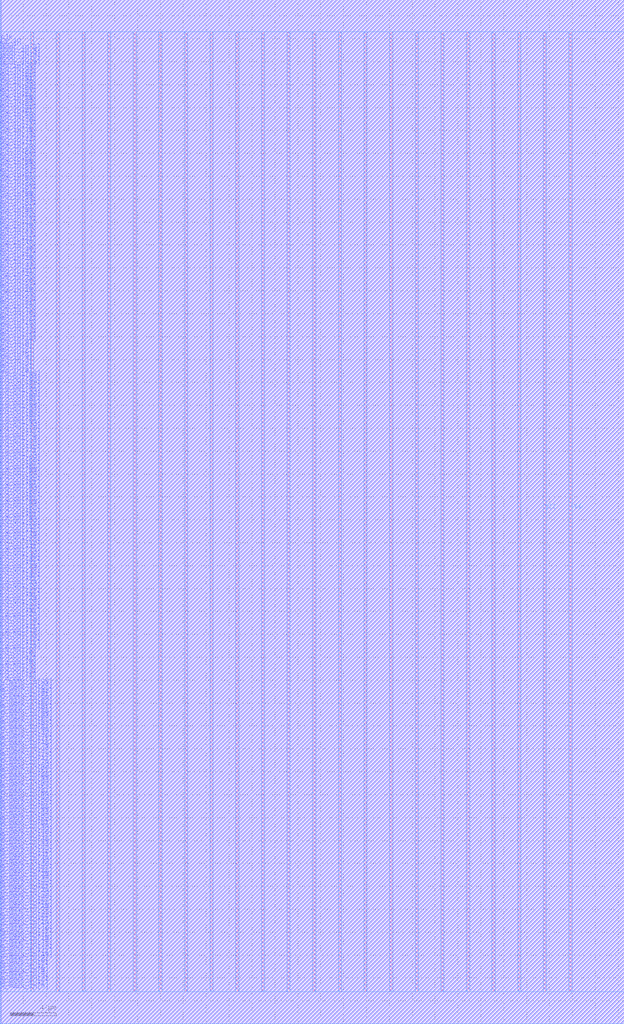
<source format=lef>
VERSION 5.7 ;
BUSBITCHARS "[]" ;
MACRO fakeram45_64x96_bottom
  FOREIGN fakeram45_64x96_bottom 0 0 ;
  SYMMETRY X Y R90 ;
  SIZE 54.530 BY 89.400 ;
  CLASS COVER ;
  PIN w_mask_in[0]
    DIRECTION INPUT ;
    USE SIGNAL ;
    SHAPE ABUTMENT ;
    PORT
      LAYER M3 ;
      RECT 0.000 2.800 0.070 2.870 ;
    END
  END w_mask_in[0]
  PIN w_mask_in[1]
    DIRECTION INPUT ;
    USE SIGNAL ;
    SHAPE ABUTMENT ;
    PORT
      LAYER M3 ;
      RECT 0.000 3.080 0.070 3.150 ;
    END
  END w_mask_in[1]
  PIN w_mask_in[2]
    DIRECTION INPUT ;
    USE SIGNAL ;
    SHAPE ABUTMENT ;
    PORT
      LAYER M3 ;
      RECT 0.000 3.360 0.070 3.430 ;
    END
  END w_mask_in[2]
  PIN w_mask_in[3]
    DIRECTION INPUT ;
    USE SIGNAL ;
    SHAPE ABUTMENT ;
    PORT
      LAYER M3 ;
      RECT 0.000 3.640 0.070 3.710 ;
    END
  END w_mask_in[3]
  PIN w_mask_in[4]
    DIRECTION INPUT ;
    USE SIGNAL ;
    SHAPE ABUTMENT ;
    PORT
      LAYER M3 ;
      RECT 0.000 3.920 0.070 3.990 ;
    END
  END w_mask_in[4]
  PIN w_mask_in[5]
    DIRECTION INPUT ;
    USE SIGNAL ;
    SHAPE ABUTMENT ;
    PORT
      LAYER M3 ;
      RECT 0.000 4.200 0.070 4.270 ;
    END
  END w_mask_in[5]
  PIN w_mask_in[6]
    DIRECTION INPUT ;
    USE SIGNAL ;
    SHAPE ABUTMENT ;
    PORT
      LAYER M3 ;
      RECT 0.000 4.480 0.070 4.550 ;
    END
  END w_mask_in[6]
  PIN w_mask_in[7]
    DIRECTION INPUT ;
    USE SIGNAL ;
    SHAPE ABUTMENT ;
    PORT
      LAYER M3 ;
      RECT 0.000 4.760 0.070 4.830 ;
    END
  END w_mask_in[7]
  PIN w_mask_in[8]
    DIRECTION INPUT ;
    USE SIGNAL ;
    SHAPE ABUTMENT ;
    PORT
      LAYER M3 ;
      RECT 0.000 5.040 0.070 5.110 ;
    END
  END w_mask_in[8]
  PIN w_mask_in[9]
    DIRECTION INPUT ;
    USE SIGNAL ;
    SHAPE ABUTMENT ;
    PORT
      LAYER M3 ;
      RECT 0.000 5.320 0.070 5.390 ;
    END
  END w_mask_in[9]
  PIN w_mask_in[10]
    DIRECTION INPUT ;
    USE SIGNAL ;
    SHAPE ABUTMENT ;
    PORT
      LAYER M3 ;
      RECT 0.000 5.600 0.070 5.670 ;
    END
  END w_mask_in[10]
  PIN w_mask_in[11]
    DIRECTION INPUT ;
    USE SIGNAL ;
    SHAPE ABUTMENT ;
    PORT
      LAYER M3 ;
      RECT 0.000 5.880 0.070 5.950 ;
    END
  END w_mask_in[11]
  PIN w_mask_in[12]
    DIRECTION INPUT ;
    USE SIGNAL ;
    SHAPE ABUTMENT ;
    PORT
      LAYER M3 ;
      RECT 0.000 6.160 0.070 6.230 ;
    END
  END w_mask_in[12]
  PIN w_mask_in[13]
    DIRECTION INPUT ;
    USE SIGNAL ;
    SHAPE ABUTMENT ;
    PORT
      LAYER M3 ;
      RECT 0.000 6.440 0.070 6.510 ;
    END
  END w_mask_in[13]
  PIN w_mask_in[14]
    DIRECTION INPUT ;
    USE SIGNAL ;
    SHAPE ABUTMENT ;
    PORT
      LAYER M3 ;
      RECT 0.000 6.720 0.070 6.790 ;
    END
  END w_mask_in[14]
  PIN w_mask_in[15]
    DIRECTION INPUT ;
    USE SIGNAL ;
    SHAPE ABUTMENT ;
    PORT
      LAYER M3 ;
      RECT 0.000 7.000 0.070 7.070 ;
    END
  END w_mask_in[15]
  PIN w_mask_in[16]
    DIRECTION INPUT ;
    USE SIGNAL ;
    SHAPE ABUTMENT ;
    PORT
      LAYER M3 ;
      RECT 0.000 7.280 0.070 7.350 ;
    END
  END w_mask_in[16]
  PIN w_mask_in[17]
    DIRECTION INPUT ;
    USE SIGNAL ;
    SHAPE ABUTMENT ;
    PORT
      LAYER M3 ;
      RECT 0.000 7.560 0.070 7.630 ;
    END
  END w_mask_in[17]
  PIN w_mask_in[18]
    DIRECTION INPUT ;
    USE SIGNAL ;
    SHAPE ABUTMENT ;
    PORT
      LAYER M3 ;
      RECT 0.000 7.840 0.070 7.910 ;
    END
  END w_mask_in[18]
  PIN w_mask_in[19]
    DIRECTION INPUT ;
    USE SIGNAL ;
    SHAPE ABUTMENT ;
    PORT
      LAYER M3 ;
      RECT 0.000 8.120 0.070 8.190 ;
    END
  END w_mask_in[19]
  PIN w_mask_in[20]
    DIRECTION INPUT ;
    USE SIGNAL ;
    SHAPE ABUTMENT ;
    PORT
      LAYER M3 ;
      RECT 0.000 8.400 0.070 8.470 ;
    END
  END w_mask_in[20]
  PIN w_mask_in[21]
    DIRECTION INPUT ;
    USE SIGNAL ;
    SHAPE ABUTMENT ;
    PORT
      LAYER M3 ;
      RECT 0.000 8.680 0.070 8.750 ;
    END
  END w_mask_in[21]
  PIN w_mask_in[22]
    DIRECTION INPUT ;
    USE SIGNAL ;
    SHAPE ABUTMENT ;
    PORT
      LAYER M3 ;
      RECT 0.000 8.960 0.070 9.030 ;
    END
  END w_mask_in[22]
  PIN w_mask_in[23]
    DIRECTION INPUT ;
    USE SIGNAL ;
    SHAPE ABUTMENT ;
    PORT
      LAYER M3 ;
      RECT 0.000 9.240 0.070 9.310 ;
    END
  END w_mask_in[23]
  PIN w_mask_in[24]
    DIRECTION INPUT ;
    USE SIGNAL ;
    SHAPE ABUTMENT ;
    PORT
      LAYER M3 ;
      RECT 0.000 9.520 0.070 9.590 ;
    END
  END w_mask_in[24]
  PIN w_mask_in[25]
    DIRECTION INPUT ;
    USE SIGNAL ;
    SHAPE ABUTMENT ;
    PORT
      LAYER M3 ;
      RECT 0.000 9.800 0.070 9.870 ;
    END
  END w_mask_in[25]
  PIN w_mask_in[26]
    DIRECTION INPUT ;
    USE SIGNAL ;
    SHAPE ABUTMENT ;
    PORT
      LAYER M3 ;
      RECT 0.000 10.080 0.070 10.150 ;
    END
  END w_mask_in[26]
  PIN w_mask_in[27]
    DIRECTION INPUT ;
    USE SIGNAL ;
    SHAPE ABUTMENT ;
    PORT
      LAYER M3 ;
      RECT 0.000 10.360 0.070 10.430 ;
    END
  END w_mask_in[27]
  PIN w_mask_in[28]
    DIRECTION INPUT ;
    USE SIGNAL ;
    SHAPE ABUTMENT ;
    PORT
      LAYER M3 ;
      RECT 0.000 10.640 0.070 10.710 ;
    END
  END w_mask_in[28]
  PIN w_mask_in[29]
    DIRECTION INPUT ;
    USE SIGNAL ;
    SHAPE ABUTMENT ;
    PORT
      LAYER M3 ;
      RECT 0.000 10.920 0.070 10.990 ;
    END
  END w_mask_in[29]
  PIN w_mask_in[30]
    DIRECTION INPUT ;
    USE SIGNAL ;
    SHAPE ABUTMENT ;
    PORT
      LAYER M3 ;
      RECT 0.000 11.200 0.070 11.270 ;
    END
  END w_mask_in[30]
  PIN w_mask_in[31]
    DIRECTION INPUT ;
    USE SIGNAL ;
    SHAPE ABUTMENT ;
    PORT
      LAYER M3 ;
      RECT 0.000 11.480 0.070 11.550 ;
    END
  END w_mask_in[31]
  PIN w_mask_in[32]
    DIRECTION INPUT ;
    USE SIGNAL ;
    SHAPE ABUTMENT ;
    PORT
      LAYER M3 ;
      RECT 0.000 11.760 0.070 11.830 ;
    END
  END w_mask_in[32]
  PIN w_mask_in[33]
    DIRECTION INPUT ;
    USE SIGNAL ;
    SHAPE ABUTMENT ;
    PORT
      LAYER M3 ;
      RECT 0.000 12.040 0.070 12.110 ;
    END
  END w_mask_in[33]
  PIN w_mask_in[34]
    DIRECTION INPUT ;
    USE SIGNAL ;
    SHAPE ABUTMENT ;
    PORT
      LAYER M3 ;
      RECT 0.000 12.320 0.070 12.390 ;
    END
  END w_mask_in[34]
  PIN w_mask_in[35]
    DIRECTION INPUT ;
    USE SIGNAL ;
    SHAPE ABUTMENT ;
    PORT
      LAYER M3 ;
      RECT 0.000 12.600 0.070 12.670 ;
    END
  END w_mask_in[35]
  PIN w_mask_in[36]
    DIRECTION INPUT ;
    USE SIGNAL ;
    SHAPE ABUTMENT ;
    PORT
      LAYER M3 ;
      RECT 0.000 12.880 0.070 12.950 ;
    END
  END w_mask_in[36]
  PIN w_mask_in[37]
    DIRECTION INPUT ;
    USE SIGNAL ;
    SHAPE ABUTMENT ;
    PORT
      LAYER M3 ;
      RECT 0.000 13.160 0.070 13.230 ;
    END
  END w_mask_in[37]
  PIN w_mask_in[38]
    DIRECTION INPUT ;
    USE SIGNAL ;
    SHAPE ABUTMENT ;
    PORT
      LAYER M3 ;
      RECT 0.000 13.440 0.070 13.510 ;
    END
  END w_mask_in[38]
  PIN w_mask_in[39]
    DIRECTION INPUT ;
    USE SIGNAL ;
    SHAPE ABUTMENT ;
    PORT
      LAYER M3 ;
      RECT 0.000 13.720 0.070 13.790 ;
    END
  END w_mask_in[39]
  PIN w_mask_in[40]
    DIRECTION INPUT ;
    USE SIGNAL ;
    SHAPE ABUTMENT ;
    PORT
      LAYER M3 ;
      RECT 0.000 14.000 0.070 14.070 ;
    END
  END w_mask_in[40]
  PIN w_mask_in[41]
    DIRECTION INPUT ;
    USE SIGNAL ;
    SHAPE ABUTMENT ;
    PORT
      LAYER M3 ;
      RECT 0.000 14.280 0.070 14.350 ;
    END
  END w_mask_in[41]
  PIN w_mask_in[42]
    DIRECTION INPUT ;
    USE SIGNAL ;
    SHAPE ABUTMENT ;
    PORT
      LAYER M3 ;
      RECT 0.000 14.560 0.070 14.630 ;
    END
  END w_mask_in[42]
  PIN w_mask_in[43]
    DIRECTION INPUT ;
    USE SIGNAL ;
    SHAPE ABUTMENT ;
    PORT
      LAYER M3 ;
      RECT 0.000 14.840 0.070 14.910 ;
    END
  END w_mask_in[43]
  PIN w_mask_in[44]
    DIRECTION INPUT ;
    USE SIGNAL ;
    SHAPE ABUTMENT ;
    PORT
      LAYER M3 ;
      RECT 0.000 15.120 0.070 15.190 ;
    END
  END w_mask_in[44]
  PIN w_mask_in[45]
    DIRECTION INPUT ;
    USE SIGNAL ;
    SHAPE ABUTMENT ;
    PORT
      LAYER M3 ;
      RECT 0.000 15.400 0.070 15.470 ;
    END
  END w_mask_in[45]
  PIN w_mask_in[46]
    DIRECTION INPUT ;
    USE SIGNAL ;
    SHAPE ABUTMENT ;
    PORT
      LAYER M3 ;
      RECT 0.000 15.680 0.070 15.750 ;
    END
  END w_mask_in[46]
  PIN w_mask_in[47]
    DIRECTION INPUT ;
    USE SIGNAL ;
    SHAPE ABUTMENT ;
    PORT
      LAYER M3 ;
      RECT 0.000 15.960 0.070 16.030 ;
    END
  END w_mask_in[47]
  PIN w_mask_in[48]
    DIRECTION INPUT ;
    USE SIGNAL ;
    SHAPE ABUTMENT ;
    PORT
      LAYER M3 ;
      RECT 0.000 16.240 0.070 16.310 ;
    END
  END w_mask_in[48]
  PIN w_mask_in[49]
    DIRECTION INPUT ;
    USE SIGNAL ;
    SHAPE ABUTMENT ;
    PORT
      LAYER M3 ;
      RECT 0.000 16.520 0.070 16.590 ;
    END
  END w_mask_in[49]
  PIN w_mask_in[50]
    DIRECTION INPUT ;
    USE SIGNAL ;
    SHAPE ABUTMENT ;
    PORT
      LAYER M3 ;
      RECT 0.000 16.800 0.070 16.870 ;
    END
  END w_mask_in[50]
  PIN w_mask_in[51]
    DIRECTION INPUT ;
    USE SIGNAL ;
    SHAPE ABUTMENT ;
    PORT
      LAYER M3 ;
      RECT 0.000 17.080 0.070 17.150 ;
    END
  END w_mask_in[51]
  PIN w_mask_in[52]
    DIRECTION INPUT ;
    USE SIGNAL ;
    SHAPE ABUTMENT ;
    PORT
      LAYER M3 ;
      RECT 0.000 17.360 0.070 17.430 ;
    END
  END w_mask_in[52]
  PIN w_mask_in[53]
    DIRECTION INPUT ;
    USE SIGNAL ;
    SHAPE ABUTMENT ;
    PORT
      LAYER M3 ;
      RECT 0.000 17.640 0.070 17.710 ;
    END
  END w_mask_in[53]
  PIN w_mask_in[54]
    DIRECTION INPUT ;
    USE SIGNAL ;
    SHAPE ABUTMENT ;
    PORT
      LAYER M3 ;
      RECT 0.000 17.920 0.070 17.990 ;
    END
  END w_mask_in[54]
  PIN w_mask_in[55]
    DIRECTION INPUT ;
    USE SIGNAL ;
    SHAPE ABUTMENT ;
    PORT
      LAYER M3 ;
      RECT 0.000 18.200 0.070 18.270 ;
    END
  END w_mask_in[55]
  PIN w_mask_in[56]
    DIRECTION INPUT ;
    USE SIGNAL ;
    SHAPE ABUTMENT ;
    PORT
      LAYER M3 ;
      RECT 0.000 18.480 0.070 18.550 ;
    END
  END w_mask_in[56]
  PIN w_mask_in[57]
    DIRECTION INPUT ;
    USE SIGNAL ;
    SHAPE ABUTMENT ;
    PORT
      LAYER M3 ;
      RECT 0.000 18.760 0.070 18.830 ;
    END
  END w_mask_in[57]
  PIN w_mask_in[58]
    DIRECTION INPUT ;
    USE SIGNAL ;
    SHAPE ABUTMENT ;
    PORT
      LAYER M3 ;
      RECT 0.000 19.040 0.070 19.110 ;
    END
  END w_mask_in[58]
  PIN w_mask_in[59]
    DIRECTION INPUT ;
    USE SIGNAL ;
    SHAPE ABUTMENT ;
    PORT
      LAYER M3 ;
      RECT 0.000 19.320 0.070 19.390 ;
    END
  END w_mask_in[59]
  PIN w_mask_in[60]
    DIRECTION INPUT ;
    USE SIGNAL ;
    SHAPE ABUTMENT ;
    PORT
      LAYER M3 ;
      RECT 0.000 19.600 0.070 19.670 ;
    END
  END w_mask_in[60]
  PIN w_mask_in[61]
    DIRECTION INPUT ;
    USE SIGNAL ;
    SHAPE ABUTMENT ;
    PORT
      LAYER M3 ;
      RECT 0.000 19.880 0.070 19.950 ;
    END
  END w_mask_in[61]
  PIN w_mask_in[62]
    DIRECTION INPUT ;
    USE SIGNAL ;
    SHAPE ABUTMENT ;
    PORT
      LAYER M3 ;
      RECT 0.000 20.160 0.070 20.230 ;
    END
  END w_mask_in[62]
  PIN w_mask_in[63]
    DIRECTION INPUT ;
    USE SIGNAL ;
    SHAPE ABUTMENT ;
    PORT
      LAYER M3 ;
      RECT 0.000 20.440 0.070 20.510 ;
    END
  END w_mask_in[63]
  PIN w_mask_in[64]
    DIRECTION INPUT ;
    USE SIGNAL ;
    SHAPE ABUTMENT ;
    PORT
      LAYER M3 ;
      RECT 0.000 20.720 0.070 20.790 ;
    END
  END w_mask_in[64]
  PIN w_mask_in[65]
    DIRECTION INPUT ;
    USE SIGNAL ;
    SHAPE ABUTMENT ;
    PORT
      LAYER M3 ;
      RECT 0.000 21.000 0.070 21.070 ;
    END
  END w_mask_in[65]
  PIN w_mask_in[66]
    DIRECTION INPUT ;
    USE SIGNAL ;
    SHAPE ABUTMENT ;
    PORT
      LAYER M3 ;
      RECT 0.000 21.280 0.070 21.350 ;
    END
  END w_mask_in[66]
  PIN w_mask_in[67]
    DIRECTION INPUT ;
    USE SIGNAL ;
    SHAPE ABUTMENT ;
    PORT
      LAYER M3 ;
      RECT 0.000 21.560 0.070 21.630 ;
    END
  END w_mask_in[67]
  PIN w_mask_in[68]
    DIRECTION INPUT ;
    USE SIGNAL ;
    SHAPE ABUTMENT ;
    PORT
      LAYER M3 ;
      RECT 0.000 21.840 0.070 21.910 ;
    END
  END w_mask_in[68]
  PIN w_mask_in[69]
    DIRECTION INPUT ;
    USE SIGNAL ;
    SHAPE ABUTMENT ;
    PORT
      LAYER M3 ;
      RECT 0.000 22.120 0.070 22.190 ;
    END
  END w_mask_in[69]
  PIN w_mask_in[70]
    DIRECTION INPUT ;
    USE SIGNAL ;
    SHAPE ABUTMENT ;
    PORT
      LAYER M3 ;
      RECT 0.000 22.400 0.070 22.470 ;
    END
  END w_mask_in[70]
  PIN w_mask_in[71]
    DIRECTION INPUT ;
    USE SIGNAL ;
    SHAPE ABUTMENT ;
    PORT
      LAYER M3 ;
      RECT 0.000 22.680 0.070 22.750 ;
    END
  END w_mask_in[71]
  PIN w_mask_in[72]
    DIRECTION INPUT ;
    USE SIGNAL ;
    SHAPE ABUTMENT ;
    PORT
      LAYER M3 ;
      RECT 0.000 22.960 0.070 23.030 ;
    END
  END w_mask_in[72]
  PIN w_mask_in[73]
    DIRECTION INPUT ;
    USE SIGNAL ;
    SHAPE ABUTMENT ;
    PORT
      LAYER M3 ;
      RECT 0.000 23.240 0.070 23.310 ;
    END
  END w_mask_in[73]
  PIN w_mask_in[74]
    DIRECTION INPUT ;
    USE SIGNAL ;
    SHAPE ABUTMENT ;
    PORT
      LAYER M3 ;
      RECT 0.000 23.520 0.070 23.590 ;
    END
  END w_mask_in[74]
  PIN w_mask_in[75]
    DIRECTION INPUT ;
    USE SIGNAL ;
    SHAPE ABUTMENT ;
    PORT
      LAYER M3 ;
      RECT 0.000 23.800 0.070 23.870 ;
    END
  END w_mask_in[75]
  PIN w_mask_in[76]
    DIRECTION INPUT ;
    USE SIGNAL ;
    SHAPE ABUTMENT ;
    PORT
      LAYER M3 ;
      RECT 0.000 24.080 0.070 24.150 ;
    END
  END w_mask_in[76]
  PIN w_mask_in[77]
    DIRECTION INPUT ;
    USE SIGNAL ;
    SHAPE ABUTMENT ;
    PORT
      LAYER M3 ;
      RECT 0.000 24.360 0.070 24.430 ;
    END
  END w_mask_in[77]
  PIN w_mask_in[78]
    DIRECTION INPUT ;
    USE SIGNAL ;
    SHAPE ABUTMENT ;
    PORT
      LAYER M3 ;
      RECT 0.000 24.640 0.070 24.710 ;
    END
  END w_mask_in[78]
  PIN w_mask_in[79]
    DIRECTION INPUT ;
    USE SIGNAL ;
    SHAPE ABUTMENT ;
    PORT
      LAYER M3 ;
      RECT 0.000 24.920 0.070 24.990 ;
    END
  END w_mask_in[79]
  PIN w_mask_in[80]
    DIRECTION INPUT ;
    USE SIGNAL ;
    SHAPE ABUTMENT ;
    PORT
      LAYER M3 ;
      RECT 0.000 25.200 0.070 25.270 ;
    END
  END w_mask_in[80]
  PIN w_mask_in[81]
    DIRECTION INPUT ;
    USE SIGNAL ;
    SHAPE ABUTMENT ;
    PORT
      LAYER M3 ;
      RECT 0.000 25.480 0.070 25.550 ;
    END
  END w_mask_in[81]
  PIN w_mask_in[82]
    DIRECTION INPUT ;
    USE SIGNAL ;
    SHAPE ABUTMENT ;
    PORT
      LAYER M3 ;
      RECT 0.000 25.760 0.070 25.830 ;
    END
  END w_mask_in[82]
  PIN w_mask_in[83]
    DIRECTION INPUT ;
    USE SIGNAL ;
    SHAPE ABUTMENT ;
    PORT
      LAYER M3 ;
      RECT 0.000 26.040 0.070 26.110 ;
    END
  END w_mask_in[83]
  PIN w_mask_in[84]
    DIRECTION INPUT ;
    USE SIGNAL ;
    SHAPE ABUTMENT ;
    PORT
      LAYER M3 ;
      RECT 0.000 26.320 0.070 26.390 ;
    END
  END w_mask_in[84]
  PIN w_mask_in[85]
    DIRECTION INPUT ;
    USE SIGNAL ;
    SHAPE ABUTMENT ;
    PORT
      LAYER M3 ;
      RECT 0.000 26.600 0.070 26.670 ;
    END
  END w_mask_in[85]
  PIN w_mask_in[86]
    DIRECTION INPUT ;
    USE SIGNAL ;
    SHAPE ABUTMENT ;
    PORT
      LAYER M3 ;
      RECT 0.000 26.880 0.070 26.950 ;
    END
  END w_mask_in[86]
  PIN w_mask_in[87]
    DIRECTION INPUT ;
    USE SIGNAL ;
    SHAPE ABUTMENT ;
    PORT
      LAYER M3 ;
      RECT 0.000 27.160 0.070 27.230 ;
    END
  END w_mask_in[87]
  PIN w_mask_in[88]
    DIRECTION INPUT ;
    USE SIGNAL ;
    SHAPE ABUTMENT ;
    PORT
      LAYER M3 ;
      RECT 0.000 27.440 0.070 27.510 ;
    END
  END w_mask_in[88]
  PIN w_mask_in[89]
    DIRECTION INPUT ;
    USE SIGNAL ;
    SHAPE ABUTMENT ;
    PORT
      LAYER M3 ;
      RECT 0.000 27.720 0.070 27.790 ;
    END
  END w_mask_in[89]
  PIN w_mask_in[90]
    DIRECTION INPUT ;
    USE SIGNAL ;
    SHAPE ABUTMENT ;
    PORT
      LAYER M3 ;
      RECT 0.000 28.000 0.070 28.070 ;
    END
  END w_mask_in[90]
  PIN w_mask_in[91]
    DIRECTION INPUT ;
    USE SIGNAL ;
    SHAPE ABUTMENT ;
    PORT
      LAYER M3 ;
      RECT 0.000 28.280 0.070 28.350 ;
    END
  END w_mask_in[91]
  PIN w_mask_in[92]
    DIRECTION INPUT ;
    USE SIGNAL ;
    SHAPE ABUTMENT ;
    PORT
      LAYER M3 ;
      RECT 0.000 28.560 0.070 28.630 ;
    END
  END w_mask_in[92]
  PIN w_mask_in[93]
    DIRECTION INPUT ;
    USE SIGNAL ;
    SHAPE ABUTMENT ;
    PORT
      LAYER M3 ;
      RECT 0.000 28.840 0.070 28.910 ;
    END
  END w_mask_in[93]
  PIN w_mask_in[94]
    DIRECTION INPUT ;
    USE SIGNAL ;
    SHAPE ABUTMENT ;
    PORT
      LAYER M3 ;
      RECT 0.000 29.120 0.070 29.190 ;
    END
  END w_mask_in[94]
  PIN w_mask_in[95]
    DIRECTION INPUT ;
    USE SIGNAL ;
    SHAPE ABUTMENT ;
    PORT
      LAYER M3 ;
      RECT 0.000 29.400 0.070 29.470 ;
    END
  END w_mask_in[95]
  PIN rd_out[0]
    DIRECTION OUTPUT ;
    USE SIGNAL ;
    SHAPE ABUTMENT ;
    PORT
      LAYER M3 ;
      RECT 0.000 29.680 0.070 29.750 ;
    END
  END rd_out[0]
  PIN rd_out[1]
    DIRECTION OUTPUT ;
    USE SIGNAL ;
    SHAPE ABUTMENT ;
    PORT
      LAYER M3 ;
      RECT 0.000 29.960 0.070 30.030 ;
    END
  END rd_out[1]
  PIN rd_out[2]
    DIRECTION OUTPUT ;
    USE SIGNAL ;
    SHAPE ABUTMENT ;
    PORT
      LAYER M3 ;
      RECT 0.000 30.240 0.070 30.310 ;
    END
  END rd_out[2]
  PIN rd_out[3]
    DIRECTION OUTPUT ;
    USE SIGNAL ;
    SHAPE ABUTMENT ;
    PORT
      LAYER M3 ;
      RECT 0.000 30.520 0.070 30.590 ;
    END
  END rd_out[3]
  PIN rd_out[4]
    DIRECTION OUTPUT ;
    USE SIGNAL ;
    SHAPE ABUTMENT ;
    PORT
      LAYER M3 ;
      RECT 0.000 30.800 0.070 30.870 ;
    END
  END rd_out[4]
  PIN rd_out[5]
    DIRECTION OUTPUT ;
    USE SIGNAL ;
    SHAPE ABUTMENT ;
    PORT
      LAYER M3 ;
      RECT 0.000 31.080 0.070 31.150 ;
    END
  END rd_out[5]
  PIN rd_out[6]
    DIRECTION OUTPUT ;
    USE SIGNAL ;
    SHAPE ABUTMENT ;
    PORT
      LAYER M3 ;
      RECT 0.000 31.360 0.070 31.430 ;
    END
  END rd_out[6]
  PIN rd_out[7]
    DIRECTION OUTPUT ;
    USE SIGNAL ;
    SHAPE ABUTMENT ;
    PORT
      LAYER M3 ;
      RECT 0.000 31.640 0.070 31.710 ;
    END
  END rd_out[7]
  PIN rd_out[8]
    DIRECTION OUTPUT ;
    USE SIGNAL ;
    SHAPE ABUTMENT ;
    PORT
      LAYER M3 ;
      RECT 0.000 31.920 0.070 31.990 ;
    END
  END rd_out[8]
  PIN rd_out[9]
    DIRECTION OUTPUT ;
    USE SIGNAL ;
    SHAPE ABUTMENT ;
    PORT
      LAYER M3 ;
      RECT 0.000 32.200 0.070 32.270 ;
    END
  END rd_out[9]
  PIN rd_out[10]
    DIRECTION OUTPUT ;
    USE SIGNAL ;
    SHAPE ABUTMENT ;
    PORT
      LAYER M3 ;
      RECT 0.000 32.480 0.070 32.550 ;
    END
  END rd_out[10]
  PIN rd_out[11]
    DIRECTION OUTPUT ;
    USE SIGNAL ;
    SHAPE ABUTMENT ;
    PORT
      LAYER M3 ;
      RECT 0.000 32.760 0.070 32.830 ;
    END
  END rd_out[11]
  PIN rd_out[12]
    DIRECTION OUTPUT ;
    USE SIGNAL ;
    SHAPE ABUTMENT ;
    PORT
      LAYER M3 ;
      RECT 0.000 33.040 0.070 33.110 ;
    END
  END rd_out[12]
  PIN rd_out[13]
    DIRECTION OUTPUT ;
    USE SIGNAL ;
    SHAPE ABUTMENT ;
    PORT
      LAYER M3 ;
      RECT 0.000 33.320 0.070 33.390 ;
    END
  END rd_out[13]
  PIN rd_out[14]
    DIRECTION OUTPUT ;
    USE SIGNAL ;
    SHAPE ABUTMENT ;
    PORT
      LAYER M3 ;
      RECT 0.000 33.600 0.070 33.670 ;
    END
  END rd_out[14]
  PIN rd_out[15]
    DIRECTION OUTPUT ;
    USE SIGNAL ;
    SHAPE ABUTMENT ;
    PORT
      LAYER M3 ;
      RECT 0.000 33.880 0.070 33.950 ;
    END
  END rd_out[15]
  PIN rd_out[16]
    DIRECTION OUTPUT ;
    USE SIGNAL ;
    SHAPE ABUTMENT ;
    PORT
      LAYER M3 ;
      RECT 0.000 34.160 0.070 34.230 ;
    END
  END rd_out[16]
  PIN rd_out[17]
    DIRECTION OUTPUT ;
    USE SIGNAL ;
    SHAPE ABUTMENT ;
    PORT
      LAYER M3 ;
      RECT 0.000 34.440 0.070 34.510 ;
    END
  END rd_out[17]
  PIN rd_out[18]
    DIRECTION OUTPUT ;
    USE SIGNAL ;
    SHAPE ABUTMENT ;
    PORT
      LAYER M3 ;
      RECT 0.000 34.720 0.070 34.790 ;
    END
  END rd_out[18]
  PIN rd_out[19]
    DIRECTION OUTPUT ;
    USE SIGNAL ;
    SHAPE ABUTMENT ;
    PORT
      LAYER M3 ;
      RECT 0.000 35.000 0.070 35.070 ;
    END
  END rd_out[19]
  PIN rd_out[20]
    DIRECTION OUTPUT ;
    USE SIGNAL ;
    SHAPE ABUTMENT ;
    PORT
      LAYER M3 ;
      RECT 0.000 35.280 0.070 35.350 ;
    END
  END rd_out[20]
  PIN rd_out[21]
    DIRECTION OUTPUT ;
    USE SIGNAL ;
    SHAPE ABUTMENT ;
    PORT
      LAYER M3 ;
      RECT 0.000 35.560 0.070 35.630 ;
    END
  END rd_out[21]
  PIN rd_out[22]
    DIRECTION OUTPUT ;
    USE SIGNAL ;
    SHAPE ABUTMENT ;
    PORT
      LAYER M3 ;
      RECT 0.000 35.840 0.070 35.910 ;
    END
  END rd_out[22]
  PIN rd_out[23]
    DIRECTION OUTPUT ;
    USE SIGNAL ;
    SHAPE ABUTMENT ;
    PORT
      LAYER M3 ;
      RECT 0.000 36.120 0.070 36.190 ;
    END
  END rd_out[23]
  PIN rd_out[24]
    DIRECTION OUTPUT ;
    USE SIGNAL ;
    SHAPE ABUTMENT ;
    PORT
      LAYER M3 ;
      RECT 0.000 36.400 0.070 36.470 ;
    END
  END rd_out[24]
  PIN rd_out[25]
    DIRECTION OUTPUT ;
    USE SIGNAL ;
    SHAPE ABUTMENT ;
    PORT
      LAYER M3 ;
      RECT 0.000 36.680 0.070 36.750 ;
    END
  END rd_out[25]
  PIN rd_out[26]
    DIRECTION OUTPUT ;
    USE SIGNAL ;
    SHAPE ABUTMENT ;
    PORT
      LAYER M3 ;
      RECT 0.000 36.960 0.070 37.030 ;
    END
  END rd_out[26]
  PIN rd_out[27]
    DIRECTION OUTPUT ;
    USE SIGNAL ;
    SHAPE ABUTMENT ;
    PORT
      LAYER M3 ;
      RECT 0.000 37.240 0.070 37.310 ;
    END
  END rd_out[27]
  PIN rd_out[28]
    DIRECTION OUTPUT ;
    USE SIGNAL ;
    SHAPE ABUTMENT ;
    PORT
      LAYER M3 ;
      RECT 0.000 37.520 0.070 37.590 ;
    END
  END rd_out[28]
  PIN rd_out[29]
    DIRECTION OUTPUT ;
    USE SIGNAL ;
    SHAPE ABUTMENT ;
    PORT
      LAYER M3 ;
      RECT 0.000 37.800 0.070 37.870 ;
    END
  END rd_out[29]
  PIN rd_out[30]
    DIRECTION OUTPUT ;
    USE SIGNAL ;
    SHAPE ABUTMENT ;
    PORT
      LAYER M3 ;
      RECT 0.000 38.080 0.070 38.150 ;
    END
  END rd_out[30]
  PIN rd_out[31]
    DIRECTION OUTPUT ;
    USE SIGNAL ;
    SHAPE ABUTMENT ;
    PORT
      LAYER M3 ;
      RECT 0.000 38.360 0.070 38.430 ;
    END
  END rd_out[31]
  PIN rd_out[32]
    DIRECTION OUTPUT ;
    USE SIGNAL ;
    SHAPE ABUTMENT ;
    PORT
      LAYER M3 ;
      RECT 0.000 38.640 0.070 38.710 ;
    END
  END rd_out[32]
  PIN rd_out[33]
    DIRECTION OUTPUT ;
    USE SIGNAL ;
    SHAPE ABUTMENT ;
    PORT
      LAYER M3 ;
      RECT 0.000 38.920 0.070 38.990 ;
    END
  END rd_out[33]
  PIN rd_out[34]
    DIRECTION OUTPUT ;
    USE SIGNAL ;
    SHAPE ABUTMENT ;
    PORT
      LAYER M3 ;
      RECT 0.000 39.200 0.070 39.270 ;
    END
  END rd_out[34]
  PIN rd_out[35]
    DIRECTION OUTPUT ;
    USE SIGNAL ;
    SHAPE ABUTMENT ;
    PORT
      LAYER M3 ;
      RECT 0.000 39.480 0.070 39.550 ;
    END
  END rd_out[35]
  PIN rd_out[36]
    DIRECTION OUTPUT ;
    USE SIGNAL ;
    SHAPE ABUTMENT ;
    PORT
      LAYER M3 ;
      RECT 0.000 39.760 0.070 39.830 ;
    END
  END rd_out[36]
  PIN rd_out[37]
    DIRECTION OUTPUT ;
    USE SIGNAL ;
    SHAPE ABUTMENT ;
    PORT
      LAYER M3 ;
      RECT 0.000 40.040 0.070 40.110 ;
    END
  END rd_out[37]
  PIN rd_out[38]
    DIRECTION OUTPUT ;
    USE SIGNAL ;
    SHAPE ABUTMENT ;
    PORT
      LAYER M3 ;
      RECT 0.000 40.320 0.070 40.390 ;
    END
  END rd_out[38]
  PIN rd_out[39]
    DIRECTION OUTPUT ;
    USE SIGNAL ;
    SHAPE ABUTMENT ;
    PORT
      LAYER M3 ;
      RECT 0.000 40.600 0.070 40.670 ;
    END
  END rd_out[39]
  PIN rd_out[40]
    DIRECTION OUTPUT ;
    USE SIGNAL ;
    SHAPE ABUTMENT ;
    PORT
      LAYER M3 ;
      RECT 0.000 40.880 0.070 40.950 ;
    END
  END rd_out[40]
  PIN rd_out[41]
    DIRECTION OUTPUT ;
    USE SIGNAL ;
    SHAPE ABUTMENT ;
    PORT
      LAYER M3 ;
      RECT 0.000 41.160 0.070 41.230 ;
    END
  END rd_out[41]
  PIN rd_out[42]
    DIRECTION OUTPUT ;
    USE SIGNAL ;
    SHAPE ABUTMENT ;
    PORT
      LAYER M3 ;
      RECT 0.000 41.440 0.070 41.510 ;
    END
  END rd_out[42]
  PIN rd_out[43]
    DIRECTION OUTPUT ;
    USE SIGNAL ;
    SHAPE ABUTMENT ;
    PORT
      LAYER M3 ;
      RECT 0.000 41.720 0.070 41.790 ;
    END
  END rd_out[43]
  PIN rd_out[44]
    DIRECTION OUTPUT ;
    USE SIGNAL ;
    SHAPE ABUTMENT ;
    PORT
      LAYER M3 ;
      RECT 0.000 42.000 0.070 42.070 ;
    END
  END rd_out[44]
  PIN rd_out[45]
    DIRECTION OUTPUT ;
    USE SIGNAL ;
    SHAPE ABUTMENT ;
    PORT
      LAYER M3 ;
      RECT 0.000 42.280 0.070 42.350 ;
    END
  END rd_out[45]
  PIN rd_out[46]
    DIRECTION OUTPUT ;
    USE SIGNAL ;
    SHAPE ABUTMENT ;
    PORT
      LAYER M3 ;
      RECT 0.000 42.560 0.070 42.630 ;
    END
  END rd_out[46]
  PIN rd_out[47]
    DIRECTION OUTPUT ;
    USE SIGNAL ;
    SHAPE ABUTMENT ;
    PORT
      LAYER M3 ;
      RECT 0.000 42.840 0.070 42.910 ;
    END
  END rd_out[47]
  PIN rd_out[48]
    DIRECTION OUTPUT ;
    USE SIGNAL ;
    SHAPE ABUTMENT ;
    PORT
      LAYER M3 ;
      RECT 0.000 43.120 0.070 43.190 ;
    END
  END rd_out[48]
  PIN rd_out[49]
    DIRECTION OUTPUT ;
    USE SIGNAL ;
    SHAPE ABUTMENT ;
    PORT
      LAYER M3 ;
      RECT 0.000 43.400 0.070 43.470 ;
    END
  END rd_out[49]
  PIN rd_out[50]
    DIRECTION OUTPUT ;
    USE SIGNAL ;
    SHAPE ABUTMENT ;
    PORT
      LAYER M3 ;
      RECT 0.000 43.680 0.070 43.750 ;
    END
  END rd_out[50]
  PIN rd_out[51]
    DIRECTION OUTPUT ;
    USE SIGNAL ;
    SHAPE ABUTMENT ;
    PORT
      LAYER M3 ;
      RECT 0.000 43.960 0.070 44.030 ;
    END
  END rd_out[51]
  PIN rd_out[52]
    DIRECTION OUTPUT ;
    USE SIGNAL ;
    SHAPE ABUTMENT ;
    PORT
      LAYER M3 ;
      RECT 0.000 44.240 0.070 44.310 ;
    END
  END rd_out[52]
  PIN rd_out[53]
    DIRECTION OUTPUT ;
    USE SIGNAL ;
    SHAPE ABUTMENT ;
    PORT
      LAYER M3 ;
      RECT 0.000 44.520 0.070 44.590 ;
    END
  END rd_out[53]
  PIN rd_out[54]
    DIRECTION OUTPUT ;
    USE SIGNAL ;
    SHAPE ABUTMENT ;
    PORT
      LAYER M3 ;
      RECT 0.000 44.800 0.070 44.870 ;
    END
  END rd_out[54]
  PIN rd_out[55]
    DIRECTION OUTPUT ;
    USE SIGNAL ;
    SHAPE ABUTMENT ;
    PORT
      LAYER M3 ;
      RECT 0.000 45.080 0.070 45.150 ;
    END
  END rd_out[55]
  PIN rd_out[56]
    DIRECTION OUTPUT ;
    USE SIGNAL ;
    SHAPE ABUTMENT ;
    PORT
      LAYER M3 ;
      RECT 0.000 45.360 0.070 45.430 ;
    END
  END rd_out[56]
  PIN rd_out[57]
    DIRECTION OUTPUT ;
    USE SIGNAL ;
    SHAPE ABUTMENT ;
    PORT
      LAYER M3 ;
      RECT 0.000 45.640 0.070 45.710 ;
    END
  END rd_out[57]
  PIN rd_out[58]
    DIRECTION OUTPUT ;
    USE SIGNAL ;
    SHAPE ABUTMENT ;
    PORT
      LAYER M3 ;
      RECT 0.000 45.920 0.070 45.990 ;
    END
  END rd_out[58]
  PIN rd_out[59]
    DIRECTION OUTPUT ;
    USE SIGNAL ;
    SHAPE ABUTMENT ;
    PORT
      LAYER M3 ;
      RECT 0.000 46.200 0.070 46.270 ;
    END
  END rd_out[59]
  PIN rd_out[60]
    DIRECTION OUTPUT ;
    USE SIGNAL ;
    SHAPE ABUTMENT ;
    PORT
      LAYER M3 ;
      RECT 0.000 46.480 0.070 46.550 ;
    END
  END rd_out[60]
  PIN rd_out[61]
    DIRECTION OUTPUT ;
    USE SIGNAL ;
    SHAPE ABUTMENT ;
    PORT
      LAYER M3 ;
      RECT 0.000 46.760 0.070 46.830 ;
    END
  END rd_out[61]
  PIN rd_out[62]
    DIRECTION OUTPUT ;
    USE SIGNAL ;
    SHAPE ABUTMENT ;
    PORT
      LAYER M3 ;
      RECT 0.000 47.040 0.070 47.110 ;
    END
  END rd_out[62]
  PIN rd_out[63]
    DIRECTION OUTPUT ;
    USE SIGNAL ;
    SHAPE ABUTMENT ;
    PORT
      LAYER M3 ;
      RECT 0.000 47.320 0.070 47.390 ;
    END
  END rd_out[63]
  PIN rd_out[64]
    DIRECTION OUTPUT ;
    USE SIGNAL ;
    SHAPE ABUTMENT ;
    PORT
      LAYER M3 ;
      RECT 0.000 47.600 0.070 47.670 ;
    END
  END rd_out[64]
  PIN rd_out[65]
    DIRECTION OUTPUT ;
    USE SIGNAL ;
    SHAPE ABUTMENT ;
    PORT
      LAYER M3 ;
      RECT 0.000 47.880 0.070 47.950 ;
    END
  END rd_out[65]
  PIN rd_out[66]
    DIRECTION OUTPUT ;
    USE SIGNAL ;
    SHAPE ABUTMENT ;
    PORT
      LAYER M3 ;
      RECT 0.000 48.160 0.070 48.230 ;
    END
  END rd_out[66]
  PIN rd_out[67]
    DIRECTION OUTPUT ;
    USE SIGNAL ;
    SHAPE ABUTMENT ;
    PORT
      LAYER M3 ;
      RECT 0.000 48.440 0.070 48.510 ;
    END
  END rd_out[67]
  PIN rd_out[68]
    DIRECTION OUTPUT ;
    USE SIGNAL ;
    SHAPE ABUTMENT ;
    PORT
      LAYER M3 ;
      RECT 0.000 48.720 0.070 48.790 ;
    END
  END rd_out[68]
  PIN rd_out[69]
    DIRECTION OUTPUT ;
    USE SIGNAL ;
    SHAPE ABUTMENT ;
    PORT
      LAYER M3 ;
      RECT 0.000 49.000 0.070 49.070 ;
    END
  END rd_out[69]
  PIN rd_out[70]
    DIRECTION OUTPUT ;
    USE SIGNAL ;
    SHAPE ABUTMENT ;
    PORT
      LAYER M3 ;
      RECT 0.000 49.280 0.070 49.350 ;
    END
  END rd_out[70]
  PIN rd_out[71]
    DIRECTION OUTPUT ;
    USE SIGNAL ;
    SHAPE ABUTMENT ;
    PORT
      LAYER M3 ;
      RECT 0.000 49.560 0.070 49.630 ;
    END
  END rd_out[71]
  PIN rd_out[72]
    DIRECTION OUTPUT ;
    USE SIGNAL ;
    SHAPE ABUTMENT ;
    PORT
      LAYER M3 ;
      RECT 0.000 49.840 0.070 49.910 ;
    END
  END rd_out[72]
  PIN rd_out[73]
    DIRECTION OUTPUT ;
    USE SIGNAL ;
    SHAPE ABUTMENT ;
    PORT
      LAYER M3 ;
      RECT 0.000 50.120 0.070 50.190 ;
    END
  END rd_out[73]
  PIN rd_out[74]
    DIRECTION OUTPUT ;
    USE SIGNAL ;
    SHAPE ABUTMENT ;
    PORT
      LAYER M3 ;
      RECT 0.000 50.400 0.070 50.470 ;
    END
  END rd_out[74]
  PIN rd_out[75]
    DIRECTION OUTPUT ;
    USE SIGNAL ;
    SHAPE ABUTMENT ;
    PORT
      LAYER M3 ;
      RECT 0.000 50.680 0.070 50.750 ;
    END
  END rd_out[75]
  PIN rd_out[76]
    DIRECTION OUTPUT ;
    USE SIGNAL ;
    SHAPE ABUTMENT ;
    PORT
      LAYER M3 ;
      RECT 0.000 50.960 0.070 51.030 ;
    END
  END rd_out[76]
  PIN rd_out[77]
    DIRECTION OUTPUT ;
    USE SIGNAL ;
    SHAPE ABUTMENT ;
    PORT
      LAYER M3 ;
      RECT 0.000 51.240 0.070 51.310 ;
    END
  END rd_out[77]
  PIN rd_out[78]
    DIRECTION OUTPUT ;
    USE SIGNAL ;
    SHAPE ABUTMENT ;
    PORT
      LAYER M3 ;
      RECT 0.000 51.520 0.070 51.590 ;
    END
  END rd_out[78]
  PIN rd_out[79]
    DIRECTION OUTPUT ;
    USE SIGNAL ;
    SHAPE ABUTMENT ;
    PORT
      LAYER M3 ;
      RECT 0.000 51.800 0.070 51.870 ;
    END
  END rd_out[79]
  PIN rd_out[80]
    DIRECTION OUTPUT ;
    USE SIGNAL ;
    SHAPE ABUTMENT ;
    PORT
      LAYER M3 ;
      RECT 0.000 52.080 0.070 52.150 ;
    END
  END rd_out[80]
  PIN rd_out[81]
    DIRECTION OUTPUT ;
    USE SIGNAL ;
    SHAPE ABUTMENT ;
    PORT
      LAYER M3 ;
      RECT 0.000 52.360 0.070 52.430 ;
    END
  END rd_out[81]
  PIN rd_out[82]
    DIRECTION OUTPUT ;
    USE SIGNAL ;
    SHAPE ABUTMENT ;
    PORT
      LAYER M3 ;
      RECT 0.000 52.640 0.070 52.710 ;
    END
  END rd_out[82]
  PIN rd_out[83]
    DIRECTION OUTPUT ;
    USE SIGNAL ;
    SHAPE ABUTMENT ;
    PORT
      LAYER M3 ;
      RECT 0.000 52.920 0.070 52.990 ;
    END
  END rd_out[83]
  PIN rd_out[84]
    DIRECTION OUTPUT ;
    USE SIGNAL ;
    SHAPE ABUTMENT ;
    PORT
      LAYER M3 ;
      RECT 0.000 53.200 0.070 53.270 ;
    END
  END rd_out[84]
  PIN rd_out[85]
    DIRECTION OUTPUT ;
    USE SIGNAL ;
    SHAPE ABUTMENT ;
    PORT
      LAYER M3 ;
      RECT 0.000 53.480 0.070 53.550 ;
    END
  END rd_out[85]
  PIN rd_out[86]
    DIRECTION OUTPUT ;
    USE SIGNAL ;
    SHAPE ABUTMENT ;
    PORT
      LAYER M3 ;
      RECT 0.000 53.760 0.070 53.830 ;
    END
  END rd_out[86]
  PIN rd_out[87]
    DIRECTION OUTPUT ;
    USE SIGNAL ;
    SHAPE ABUTMENT ;
    PORT
      LAYER M3 ;
      RECT 0.000 54.040 0.070 54.110 ;
    END
  END rd_out[87]
  PIN rd_out[88]
    DIRECTION OUTPUT ;
    USE SIGNAL ;
    SHAPE ABUTMENT ;
    PORT
      LAYER M3 ;
      RECT 0.000 54.320 0.070 54.390 ;
    END
  END rd_out[88]
  PIN rd_out[89]
    DIRECTION OUTPUT ;
    USE SIGNAL ;
    SHAPE ABUTMENT ;
    PORT
      LAYER M3 ;
      RECT 0.000 54.600 0.070 54.670 ;
    END
  END rd_out[89]
  PIN rd_out[90]
    DIRECTION OUTPUT ;
    USE SIGNAL ;
    SHAPE ABUTMENT ;
    PORT
      LAYER M3 ;
      RECT 0.000 54.880 0.070 54.950 ;
    END
  END rd_out[90]
  PIN rd_out[91]
    DIRECTION OUTPUT ;
    USE SIGNAL ;
    SHAPE ABUTMENT ;
    PORT
      LAYER M3 ;
      RECT 0.000 55.160 0.070 55.230 ;
    END
  END rd_out[91]
  PIN rd_out[92]
    DIRECTION OUTPUT ;
    USE SIGNAL ;
    SHAPE ABUTMENT ;
    PORT
      LAYER M3 ;
      RECT 0.000 55.440 0.070 55.510 ;
    END
  END rd_out[92]
  PIN rd_out[93]
    DIRECTION OUTPUT ;
    USE SIGNAL ;
    SHAPE ABUTMENT ;
    PORT
      LAYER M3 ;
      RECT 0.000 55.720 0.070 55.790 ;
    END
  END rd_out[93]
  PIN rd_out[94]
    DIRECTION OUTPUT ;
    USE SIGNAL ;
    SHAPE ABUTMENT ;
    PORT
      LAYER M3 ;
      RECT 0.000 56.000 0.070 56.070 ;
    END
  END rd_out[94]
  PIN rd_out[95]
    DIRECTION OUTPUT ;
    USE SIGNAL ;
    SHAPE ABUTMENT ;
    PORT
      LAYER M3 ;
      RECT 0.000 56.280 0.070 56.350 ;
    END
  END rd_out[95]
  PIN wd_in[0]
    DIRECTION INPUT ;
    USE SIGNAL ;
    SHAPE ABUTMENT ;
    PORT
      LAYER M3 ;
      RECT 0.000 56.560 0.070 56.630 ;
    END
  END wd_in[0]
  PIN wd_in[1]
    DIRECTION INPUT ;
    USE SIGNAL ;
    SHAPE ABUTMENT ;
    PORT
      LAYER M3 ;
      RECT 0.000 56.840 0.070 56.910 ;
    END
  END wd_in[1]
  PIN wd_in[2]
    DIRECTION INPUT ;
    USE SIGNAL ;
    SHAPE ABUTMENT ;
    PORT
      LAYER M3 ;
      RECT 0.000 57.120 0.070 57.190 ;
    END
  END wd_in[2]
  PIN wd_in[3]
    DIRECTION INPUT ;
    USE SIGNAL ;
    SHAPE ABUTMENT ;
    PORT
      LAYER M3 ;
      RECT 0.000 57.400 0.070 57.470 ;
    END
  END wd_in[3]
  PIN wd_in[4]
    DIRECTION INPUT ;
    USE SIGNAL ;
    SHAPE ABUTMENT ;
    PORT
      LAYER M3 ;
      RECT 0.000 57.680 0.070 57.750 ;
    END
  END wd_in[4]
  PIN wd_in[5]
    DIRECTION INPUT ;
    USE SIGNAL ;
    SHAPE ABUTMENT ;
    PORT
      LAYER M3 ;
      RECT 0.000 57.960 0.070 58.030 ;
    END
  END wd_in[5]
  PIN wd_in[6]
    DIRECTION INPUT ;
    USE SIGNAL ;
    SHAPE ABUTMENT ;
    PORT
      LAYER M3 ;
      RECT 0.000 58.240 0.070 58.310 ;
    END
  END wd_in[6]
  PIN wd_in[7]
    DIRECTION INPUT ;
    USE SIGNAL ;
    SHAPE ABUTMENT ;
    PORT
      LAYER M3 ;
      RECT 0.000 58.520 0.070 58.590 ;
    END
  END wd_in[7]
  PIN wd_in[8]
    DIRECTION INPUT ;
    USE SIGNAL ;
    SHAPE ABUTMENT ;
    PORT
      LAYER M3 ;
      RECT 0.000 58.800 0.070 58.870 ;
    END
  END wd_in[8]
  PIN wd_in[9]
    DIRECTION INPUT ;
    USE SIGNAL ;
    SHAPE ABUTMENT ;
    PORT
      LAYER M3 ;
      RECT 0.000 59.080 0.070 59.150 ;
    END
  END wd_in[9]
  PIN wd_in[10]
    DIRECTION INPUT ;
    USE SIGNAL ;
    SHAPE ABUTMENT ;
    PORT
      LAYER M3 ;
      RECT 0.000 59.360 0.070 59.430 ;
    END
  END wd_in[10]
  PIN wd_in[11]
    DIRECTION INPUT ;
    USE SIGNAL ;
    SHAPE ABUTMENT ;
    PORT
      LAYER M3 ;
      RECT 0.000 59.640 0.070 59.710 ;
    END
  END wd_in[11]
  PIN wd_in[12]
    DIRECTION INPUT ;
    USE SIGNAL ;
    SHAPE ABUTMENT ;
    PORT
      LAYER M3 ;
      RECT 0.000 59.920 0.070 59.990 ;
    END
  END wd_in[12]
  PIN wd_in[13]
    DIRECTION INPUT ;
    USE SIGNAL ;
    SHAPE ABUTMENT ;
    PORT
      LAYER M3 ;
      RECT 0.000 60.200 0.070 60.270 ;
    END
  END wd_in[13]
  PIN wd_in[14]
    DIRECTION INPUT ;
    USE SIGNAL ;
    SHAPE ABUTMENT ;
    PORT
      LAYER M3 ;
      RECT 0.000 60.480 0.070 60.550 ;
    END
  END wd_in[14]
  PIN wd_in[15]
    DIRECTION INPUT ;
    USE SIGNAL ;
    SHAPE ABUTMENT ;
    PORT
      LAYER M3 ;
      RECT 0.000 60.760 0.070 60.830 ;
    END
  END wd_in[15]
  PIN wd_in[16]
    DIRECTION INPUT ;
    USE SIGNAL ;
    SHAPE ABUTMENT ;
    PORT
      LAYER M3 ;
      RECT 0.000 61.040 0.070 61.110 ;
    END
  END wd_in[16]
  PIN wd_in[17]
    DIRECTION INPUT ;
    USE SIGNAL ;
    SHAPE ABUTMENT ;
    PORT
      LAYER M3 ;
      RECT 0.000 61.320 0.070 61.390 ;
    END
  END wd_in[17]
  PIN wd_in[18]
    DIRECTION INPUT ;
    USE SIGNAL ;
    SHAPE ABUTMENT ;
    PORT
      LAYER M3 ;
      RECT 0.000 61.600 0.070 61.670 ;
    END
  END wd_in[18]
  PIN wd_in[19]
    DIRECTION INPUT ;
    USE SIGNAL ;
    SHAPE ABUTMENT ;
    PORT
      LAYER M3 ;
      RECT 0.000 61.880 0.070 61.950 ;
    END
  END wd_in[19]
  PIN wd_in[20]
    DIRECTION INPUT ;
    USE SIGNAL ;
    SHAPE ABUTMENT ;
    PORT
      LAYER M3 ;
      RECT 0.000 62.160 0.070 62.230 ;
    END
  END wd_in[20]
  PIN wd_in[21]
    DIRECTION INPUT ;
    USE SIGNAL ;
    SHAPE ABUTMENT ;
    PORT
      LAYER M3 ;
      RECT 0.000 62.440 0.070 62.510 ;
    END
  END wd_in[21]
  PIN wd_in[22]
    DIRECTION INPUT ;
    USE SIGNAL ;
    SHAPE ABUTMENT ;
    PORT
      LAYER M3 ;
      RECT 0.000 62.720 0.070 62.790 ;
    END
  END wd_in[22]
  PIN wd_in[23]
    DIRECTION INPUT ;
    USE SIGNAL ;
    SHAPE ABUTMENT ;
    PORT
      LAYER M3 ;
      RECT 0.000 63.000 0.070 63.070 ;
    END
  END wd_in[23]
  PIN wd_in[24]
    DIRECTION INPUT ;
    USE SIGNAL ;
    SHAPE ABUTMENT ;
    PORT
      LAYER M3 ;
      RECT 0.000 63.280 0.070 63.350 ;
    END
  END wd_in[24]
  PIN wd_in[25]
    DIRECTION INPUT ;
    USE SIGNAL ;
    SHAPE ABUTMENT ;
    PORT
      LAYER M3 ;
      RECT 0.000 63.560 0.070 63.630 ;
    END
  END wd_in[25]
  PIN wd_in[26]
    DIRECTION INPUT ;
    USE SIGNAL ;
    SHAPE ABUTMENT ;
    PORT
      LAYER M3 ;
      RECT 0.000 63.840 0.070 63.910 ;
    END
  END wd_in[26]
  PIN wd_in[27]
    DIRECTION INPUT ;
    USE SIGNAL ;
    SHAPE ABUTMENT ;
    PORT
      LAYER M3 ;
      RECT 0.000 64.120 0.070 64.190 ;
    END
  END wd_in[27]
  PIN wd_in[28]
    DIRECTION INPUT ;
    USE SIGNAL ;
    SHAPE ABUTMENT ;
    PORT
      LAYER M3 ;
      RECT 0.000 64.400 0.070 64.470 ;
    END
  END wd_in[28]
  PIN wd_in[29]
    DIRECTION INPUT ;
    USE SIGNAL ;
    SHAPE ABUTMENT ;
    PORT
      LAYER M3 ;
      RECT 0.000 64.680 0.070 64.750 ;
    END
  END wd_in[29]
  PIN wd_in[30]
    DIRECTION INPUT ;
    USE SIGNAL ;
    SHAPE ABUTMENT ;
    PORT
      LAYER M3 ;
      RECT 0.000 64.960 0.070 65.030 ;
    END
  END wd_in[30]
  PIN wd_in[31]
    DIRECTION INPUT ;
    USE SIGNAL ;
    SHAPE ABUTMENT ;
    PORT
      LAYER M3 ;
      RECT 0.000 65.240 0.070 65.310 ;
    END
  END wd_in[31]
  PIN wd_in[32]
    DIRECTION INPUT ;
    USE SIGNAL ;
    SHAPE ABUTMENT ;
    PORT
      LAYER M3 ;
      RECT 0.000 65.520 0.070 65.590 ;
    END
  END wd_in[32]
  PIN wd_in[33]
    DIRECTION INPUT ;
    USE SIGNAL ;
    SHAPE ABUTMENT ;
    PORT
      LAYER M3 ;
      RECT 0.000 65.800 0.070 65.870 ;
    END
  END wd_in[33]
  PIN wd_in[34]
    DIRECTION INPUT ;
    USE SIGNAL ;
    SHAPE ABUTMENT ;
    PORT
      LAYER M3 ;
      RECT 0.000 66.080 0.070 66.150 ;
    END
  END wd_in[34]
  PIN wd_in[35]
    DIRECTION INPUT ;
    USE SIGNAL ;
    SHAPE ABUTMENT ;
    PORT
      LAYER M3 ;
      RECT 0.000 66.360 0.070 66.430 ;
    END
  END wd_in[35]
  PIN wd_in[36]
    DIRECTION INPUT ;
    USE SIGNAL ;
    SHAPE ABUTMENT ;
    PORT
      LAYER M3 ;
      RECT 0.000 66.640 0.070 66.710 ;
    END
  END wd_in[36]
  PIN wd_in[37]
    DIRECTION INPUT ;
    USE SIGNAL ;
    SHAPE ABUTMENT ;
    PORT
      LAYER M3 ;
      RECT 0.000 66.920 0.070 66.990 ;
    END
  END wd_in[37]
  PIN wd_in[38]
    DIRECTION INPUT ;
    USE SIGNAL ;
    SHAPE ABUTMENT ;
    PORT
      LAYER M3 ;
      RECT 0.000 67.200 0.070 67.270 ;
    END
  END wd_in[38]
  PIN wd_in[39]
    DIRECTION INPUT ;
    USE SIGNAL ;
    SHAPE ABUTMENT ;
    PORT
      LAYER M3 ;
      RECT 0.000 67.480 0.070 67.550 ;
    END
  END wd_in[39]
  PIN wd_in[40]
    DIRECTION INPUT ;
    USE SIGNAL ;
    SHAPE ABUTMENT ;
    PORT
      LAYER M3 ;
      RECT 0.000 67.760 0.070 67.830 ;
    END
  END wd_in[40]
  PIN wd_in[41]
    DIRECTION INPUT ;
    USE SIGNAL ;
    SHAPE ABUTMENT ;
    PORT
      LAYER M3 ;
      RECT 0.000 68.040 0.070 68.110 ;
    END
  END wd_in[41]
  PIN wd_in[42]
    DIRECTION INPUT ;
    USE SIGNAL ;
    SHAPE ABUTMENT ;
    PORT
      LAYER M3 ;
      RECT 0.000 68.320 0.070 68.390 ;
    END
  END wd_in[42]
  PIN wd_in[43]
    DIRECTION INPUT ;
    USE SIGNAL ;
    SHAPE ABUTMENT ;
    PORT
      LAYER M3 ;
      RECT 0.000 68.600 0.070 68.670 ;
    END
  END wd_in[43]
  PIN wd_in[44]
    DIRECTION INPUT ;
    USE SIGNAL ;
    SHAPE ABUTMENT ;
    PORT
      LAYER M3 ;
      RECT 0.000 68.880 0.070 68.950 ;
    END
  END wd_in[44]
  PIN wd_in[45]
    DIRECTION INPUT ;
    USE SIGNAL ;
    SHAPE ABUTMENT ;
    PORT
      LAYER M3 ;
      RECT 0.000 69.160 0.070 69.230 ;
    END
  END wd_in[45]
  PIN wd_in[46]
    DIRECTION INPUT ;
    USE SIGNAL ;
    SHAPE ABUTMENT ;
    PORT
      LAYER M3 ;
      RECT 0.000 69.440 0.070 69.510 ;
    END
  END wd_in[46]
  PIN wd_in[47]
    DIRECTION INPUT ;
    USE SIGNAL ;
    SHAPE ABUTMENT ;
    PORT
      LAYER M3 ;
      RECT 0.000 69.720 0.070 69.790 ;
    END
  END wd_in[47]
  PIN wd_in[48]
    DIRECTION INPUT ;
    USE SIGNAL ;
    SHAPE ABUTMENT ;
    PORT
      LAYER M3 ;
      RECT 0.000 70.000 0.070 70.070 ;
    END
  END wd_in[48]
  PIN wd_in[49]
    DIRECTION INPUT ;
    USE SIGNAL ;
    SHAPE ABUTMENT ;
    PORT
      LAYER M3 ;
      RECT 0.000 70.280 0.070 70.350 ;
    END
  END wd_in[49]
  PIN wd_in[50]
    DIRECTION INPUT ;
    USE SIGNAL ;
    SHAPE ABUTMENT ;
    PORT
      LAYER M3 ;
      RECT 0.000 70.560 0.070 70.630 ;
    END
  END wd_in[50]
  PIN wd_in[51]
    DIRECTION INPUT ;
    USE SIGNAL ;
    SHAPE ABUTMENT ;
    PORT
      LAYER M3 ;
      RECT 0.000 70.840 0.070 70.910 ;
    END
  END wd_in[51]
  PIN wd_in[52]
    DIRECTION INPUT ;
    USE SIGNAL ;
    SHAPE ABUTMENT ;
    PORT
      LAYER M3 ;
      RECT 0.000 71.120 0.070 71.190 ;
    END
  END wd_in[52]
  PIN wd_in[53]
    DIRECTION INPUT ;
    USE SIGNAL ;
    SHAPE ABUTMENT ;
    PORT
      LAYER M3 ;
      RECT 0.000 71.400 0.070 71.470 ;
    END
  END wd_in[53]
  PIN wd_in[54]
    DIRECTION INPUT ;
    USE SIGNAL ;
    SHAPE ABUTMENT ;
    PORT
      LAYER M3 ;
      RECT 0.000 71.680 0.070 71.750 ;
    END
  END wd_in[54]
  PIN wd_in[55]
    DIRECTION INPUT ;
    USE SIGNAL ;
    SHAPE ABUTMENT ;
    PORT
      LAYER M3 ;
      RECT 0.000 71.960 0.070 72.030 ;
    END
  END wd_in[55]
  PIN wd_in[56]
    DIRECTION INPUT ;
    USE SIGNAL ;
    SHAPE ABUTMENT ;
    PORT
      LAYER M3 ;
      RECT 0.000 72.240 0.070 72.310 ;
    END
  END wd_in[56]
  PIN wd_in[57]
    DIRECTION INPUT ;
    USE SIGNAL ;
    SHAPE ABUTMENT ;
    PORT
      LAYER M3 ;
      RECT 0.000 72.520 0.070 72.590 ;
    END
  END wd_in[57]
  PIN wd_in[58]
    DIRECTION INPUT ;
    USE SIGNAL ;
    SHAPE ABUTMENT ;
    PORT
      LAYER M3 ;
      RECT 0.000 72.800 0.070 72.870 ;
    END
  END wd_in[58]
  PIN wd_in[59]
    DIRECTION INPUT ;
    USE SIGNAL ;
    SHAPE ABUTMENT ;
    PORT
      LAYER M3 ;
      RECT 0.000 73.080 0.070 73.150 ;
    END
  END wd_in[59]
  PIN wd_in[60]
    DIRECTION INPUT ;
    USE SIGNAL ;
    SHAPE ABUTMENT ;
    PORT
      LAYER M3 ;
      RECT 0.000 73.360 0.070 73.430 ;
    END
  END wd_in[60]
  PIN wd_in[61]
    DIRECTION INPUT ;
    USE SIGNAL ;
    SHAPE ABUTMENT ;
    PORT
      LAYER M3 ;
      RECT 0.000 73.640 0.070 73.710 ;
    END
  END wd_in[61]
  PIN wd_in[62]
    DIRECTION INPUT ;
    USE SIGNAL ;
    SHAPE ABUTMENT ;
    PORT
      LAYER M3 ;
      RECT 0.000 73.920 0.070 73.990 ;
    END
  END wd_in[62]
  PIN wd_in[63]
    DIRECTION INPUT ;
    USE SIGNAL ;
    SHAPE ABUTMENT ;
    PORT
      LAYER M3 ;
      RECT 0.000 74.200 0.070 74.270 ;
    END
  END wd_in[63]
  PIN wd_in[64]
    DIRECTION INPUT ;
    USE SIGNAL ;
    SHAPE ABUTMENT ;
    PORT
      LAYER M3 ;
      RECT 0.000 74.480 0.070 74.550 ;
    END
  END wd_in[64]
  PIN wd_in[65]
    DIRECTION INPUT ;
    USE SIGNAL ;
    SHAPE ABUTMENT ;
    PORT
      LAYER M3 ;
      RECT 0.000 74.760 0.070 74.830 ;
    END
  END wd_in[65]
  PIN wd_in[66]
    DIRECTION INPUT ;
    USE SIGNAL ;
    SHAPE ABUTMENT ;
    PORT
      LAYER M3 ;
      RECT 0.000 75.040 0.070 75.110 ;
    END
  END wd_in[66]
  PIN wd_in[67]
    DIRECTION INPUT ;
    USE SIGNAL ;
    SHAPE ABUTMENT ;
    PORT
      LAYER M3 ;
      RECT 0.000 75.320 0.070 75.390 ;
    END
  END wd_in[67]
  PIN wd_in[68]
    DIRECTION INPUT ;
    USE SIGNAL ;
    SHAPE ABUTMENT ;
    PORT
      LAYER M3 ;
      RECT 0.000 75.600 0.070 75.670 ;
    END
  END wd_in[68]
  PIN wd_in[69]
    DIRECTION INPUT ;
    USE SIGNAL ;
    SHAPE ABUTMENT ;
    PORT
      LAYER M3 ;
      RECT 0.000 75.880 0.070 75.950 ;
    END
  END wd_in[69]
  PIN wd_in[70]
    DIRECTION INPUT ;
    USE SIGNAL ;
    SHAPE ABUTMENT ;
    PORT
      LAYER M3 ;
      RECT 0.000 76.160 0.070 76.230 ;
    END
  END wd_in[70]
  PIN wd_in[71]
    DIRECTION INPUT ;
    USE SIGNAL ;
    SHAPE ABUTMENT ;
    PORT
      LAYER M3 ;
      RECT 0.000 76.440 0.070 76.510 ;
    END
  END wd_in[71]
  PIN wd_in[72]
    DIRECTION INPUT ;
    USE SIGNAL ;
    SHAPE ABUTMENT ;
    PORT
      LAYER M3 ;
      RECT 0.000 76.720 0.070 76.790 ;
    END
  END wd_in[72]
  PIN wd_in[73]
    DIRECTION INPUT ;
    USE SIGNAL ;
    SHAPE ABUTMENT ;
    PORT
      LAYER M3 ;
      RECT 0.000 77.000 0.070 77.070 ;
    END
  END wd_in[73]
  PIN wd_in[74]
    DIRECTION INPUT ;
    USE SIGNAL ;
    SHAPE ABUTMENT ;
    PORT
      LAYER M3 ;
      RECT 0.000 77.280 0.070 77.350 ;
    END
  END wd_in[74]
  PIN wd_in[75]
    DIRECTION INPUT ;
    USE SIGNAL ;
    SHAPE ABUTMENT ;
    PORT
      LAYER M3 ;
      RECT 0.000 77.560 0.070 77.630 ;
    END
  END wd_in[75]
  PIN wd_in[76]
    DIRECTION INPUT ;
    USE SIGNAL ;
    SHAPE ABUTMENT ;
    PORT
      LAYER M3 ;
      RECT 0.000 77.840 0.070 77.910 ;
    END
  END wd_in[76]
  PIN wd_in[77]
    DIRECTION INPUT ;
    USE SIGNAL ;
    SHAPE ABUTMENT ;
    PORT
      LAYER M3 ;
      RECT 0.000 78.120 0.070 78.190 ;
    END
  END wd_in[77]
  PIN wd_in[78]
    DIRECTION INPUT ;
    USE SIGNAL ;
    SHAPE ABUTMENT ;
    PORT
      LAYER M3 ;
      RECT 0.000 78.400 0.070 78.470 ;
    END
  END wd_in[78]
  PIN wd_in[79]
    DIRECTION INPUT ;
    USE SIGNAL ;
    SHAPE ABUTMENT ;
    PORT
      LAYER M3 ;
      RECT 0.000 78.680 0.070 78.750 ;
    END
  END wd_in[79]
  PIN wd_in[80]
    DIRECTION INPUT ;
    USE SIGNAL ;
    SHAPE ABUTMENT ;
    PORT
      LAYER M3 ;
      RECT 0.000 78.960 0.070 79.030 ;
    END
  END wd_in[80]
  PIN wd_in[81]
    DIRECTION INPUT ;
    USE SIGNAL ;
    SHAPE ABUTMENT ;
    PORT
      LAYER M3 ;
      RECT 0.000 79.240 0.070 79.310 ;
    END
  END wd_in[81]
  PIN wd_in[82]
    DIRECTION INPUT ;
    USE SIGNAL ;
    SHAPE ABUTMENT ;
    PORT
      LAYER M3 ;
      RECT 0.000 79.520 0.070 79.590 ;
    END
  END wd_in[82]
  PIN wd_in[83]
    DIRECTION INPUT ;
    USE SIGNAL ;
    SHAPE ABUTMENT ;
    PORT
      LAYER M3 ;
      RECT 0.000 79.800 0.070 79.870 ;
    END
  END wd_in[83]
  PIN wd_in[84]
    DIRECTION INPUT ;
    USE SIGNAL ;
    SHAPE ABUTMENT ;
    PORT
      LAYER M3 ;
      RECT 0.000 80.080 0.070 80.150 ;
    END
  END wd_in[84]
  PIN wd_in[85]
    DIRECTION INPUT ;
    USE SIGNAL ;
    SHAPE ABUTMENT ;
    PORT
      LAYER M3 ;
      RECT 0.000 80.360 0.070 80.430 ;
    END
  END wd_in[85]
  PIN wd_in[86]
    DIRECTION INPUT ;
    USE SIGNAL ;
    SHAPE ABUTMENT ;
    PORT
      LAYER M3 ;
      RECT 0.000 80.640 0.070 80.710 ;
    END
  END wd_in[86]
  PIN wd_in[87]
    DIRECTION INPUT ;
    USE SIGNAL ;
    SHAPE ABUTMENT ;
    PORT
      LAYER M3 ;
      RECT 0.000 80.920 0.070 80.990 ;
    END
  END wd_in[87]
  PIN wd_in[88]
    DIRECTION INPUT ;
    USE SIGNAL ;
    SHAPE ABUTMENT ;
    PORT
      LAYER M3 ;
      RECT 0.000 81.200 0.070 81.270 ;
    END
  END wd_in[88]
  PIN wd_in[89]
    DIRECTION INPUT ;
    USE SIGNAL ;
    SHAPE ABUTMENT ;
    PORT
      LAYER M3 ;
      RECT 0.000 81.480 0.070 81.550 ;
    END
  END wd_in[89]
  PIN wd_in[90]
    DIRECTION INPUT ;
    USE SIGNAL ;
    SHAPE ABUTMENT ;
    PORT
      LAYER M3 ;
      RECT 0.000 81.760 0.070 81.830 ;
    END
  END wd_in[90]
  PIN wd_in[91]
    DIRECTION INPUT ;
    USE SIGNAL ;
    SHAPE ABUTMENT ;
    PORT
      LAYER M3 ;
      RECT 0.000 82.040 0.070 82.110 ;
    END
  END wd_in[91]
  PIN wd_in[92]
    DIRECTION INPUT ;
    USE SIGNAL ;
    SHAPE ABUTMENT ;
    PORT
      LAYER M3 ;
      RECT 0.000 82.320 0.070 82.390 ;
    END
  END wd_in[92]
  PIN wd_in[93]
    DIRECTION INPUT ;
    USE SIGNAL ;
    SHAPE ABUTMENT ;
    PORT
      LAYER M3 ;
      RECT 0.000 82.600 0.070 82.670 ;
    END
  END wd_in[93]
  PIN wd_in[94]
    DIRECTION INPUT ;
    USE SIGNAL ;
    SHAPE ABUTMENT ;
    PORT
      LAYER M3 ;
      RECT 0.000 82.880 0.070 82.950 ;
    END
  END wd_in[94]
  PIN wd_in[95]
    DIRECTION INPUT ;
    USE SIGNAL ;
    SHAPE ABUTMENT ;
    PORT
      LAYER M3 ;
      RECT 0.000 83.160 0.070 83.230 ;
    END
  END wd_in[95]
  PIN addr_in[0]
    DIRECTION INPUT ;
    USE SIGNAL ;
    SHAPE ABUTMENT ;
    PORT
      LAYER M3 ;
      RECT 0.000 83.440 0.070 83.510 ;
    END
  END addr_in[0]
  PIN addr_in[1]
    DIRECTION INPUT ;
    USE SIGNAL ;
    SHAPE ABUTMENT ;
    PORT
      LAYER M3 ;
      RECT 0.000 83.720 0.070 83.790 ;
    END
  END addr_in[1]
  PIN addr_in[2]
    DIRECTION INPUT ;
    USE SIGNAL ;
    SHAPE ABUTMENT ;
    PORT
      LAYER M3 ;
      RECT 0.000 84.000 0.070 84.070 ;
    END
  END addr_in[2]
  PIN addr_in[3]
    DIRECTION INPUT ;
    USE SIGNAL ;
    SHAPE ABUTMENT ;
    PORT
      LAYER M3 ;
      RECT 0.000 84.280 0.070 84.350 ;
    END
  END addr_in[3]
  PIN addr_in[4]
    DIRECTION INPUT ;
    USE SIGNAL ;
    SHAPE ABUTMENT ;
    PORT
      LAYER M3 ;
      RECT 0.000 84.560 0.070 84.630 ;
    END
  END addr_in[4]
  PIN addr_in[5]
    DIRECTION INPUT ;
    USE SIGNAL ;
    SHAPE ABUTMENT ;
    PORT
      LAYER M3 ;
      RECT 0.000 84.840 0.070 84.910 ;
    END
  END addr_in[5]
  PIN we_in
    DIRECTION INPUT ;
    USE SIGNAL ;
    SHAPE ABUTMENT ;
    PORT
      LAYER M3 ;
      RECT 0.000 85.120 0.070 85.190 ;
    END
  END we_in
  PIN ce_in
    DIRECTION INPUT ;
    USE SIGNAL ;
    SHAPE ABUTMENT ;
    PORT
      LAYER M3 ;
      RECT 0.000 85.400 0.070 85.470 ;
    END
  END ce_in
  PIN clk
    DIRECTION INPUT ;
    USE SIGNAL ;
    SHAPE ABUTMENT ;
    PORT
      LAYER M3 ;
      RECT 0.000 85.680 0.070 85.750 ;
    END
  END clk
  PIN VSS
    DIRECTION INOUT ;
    USE GROUND ;
    PORT
      LAYER M4 ;
      RECT 2.660 2.800 2.940 86.600 ;
      RECT 7.140 2.800 7.420 86.600 ;
      RECT 11.620 2.800 11.900 86.600 ;
      RECT 16.100 2.800 16.380 86.600 ;
      RECT 20.580 2.800 20.860 86.600 ;
      RECT 25.060 2.800 25.340 86.600 ;
      RECT 29.540 2.800 29.820 86.600 ;
      RECT 34.020 2.800 34.300 86.600 ;
      RECT 38.500 2.800 38.780 86.600 ;
      RECT 42.980 2.800 43.260 86.600 ;
      RECT 47.460 2.800 47.740 86.600 ;
    END
  END VSS
  PIN VDD
    DIRECTION INOUT ;
    USE POWER ;
    PORT
      LAYER M4 ;
      RECT 4.900 2.800 5.180 86.600 ;
      RECT 9.380 2.800 9.660 86.600 ;
      RECT 13.860 2.800 14.140 86.600 ;
      RECT 18.340 2.800 18.620 86.600 ;
      RECT 22.820 2.800 23.100 86.600 ;
      RECT 27.300 2.800 27.580 86.600 ;
      RECT 31.780 2.800 32.060 86.600 ;
      RECT 36.260 2.800 36.540 86.600 ;
      RECT 40.740 2.800 41.020 86.600 ;
      RECT 45.220 2.800 45.500 86.600 ;
      RECT 49.700 2.800 49.980 86.600 ;
    END
  END VDD
  OBS
    LAYER M1 ;
    RECT 0 0 54.530 89.400 ;
    LAYER M2 ;
    RECT 0 0 54.530 89.400 ;
    LAYER M3 ;
    RECT 0.070 0 54.530 89.400 ;
    RECT 0 0.000 0.070 2.800 ;
    RECT 0 2.870 0.070 3.080 ;
    RECT 0 3.150 0.070 3.360 ;
    RECT 0 3.430 0.070 3.640 ;
    RECT 0 3.710 0.070 3.920 ;
    RECT 0 3.990 0.070 4.200 ;
    RECT 0 4.270 0.070 4.480 ;
    RECT 0 4.550 0.070 4.760 ;
    RECT 0 4.830 0.070 5.040 ;
    RECT 0 5.110 0.070 5.320 ;
    RECT 0 5.390 0.070 5.600 ;
    RECT 0 5.670 0.070 5.880 ;
    RECT 0 5.950 0.070 6.160 ;
    RECT 0 6.230 0.070 6.440 ;
    RECT 0 6.510 0.070 6.720 ;
    RECT 0 6.790 0.070 7.000 ;
    RECT 0 7.070 0.070 7.280 ;
    RECT 0 7.350 0.070 7.560 ;
    RECT 0 7.630 0.070 7.840 ;
    RECT 0 7.910 0.070 8.120 ;
    RECT 0 8.190 0.070 8.400 ;
    RECT 0 8.470 0.070 8.680 ;
    RECT 0 8.750 0.070 8.960 ;
    RECT 0 9.030 0.070 9.240 ;
    RECT 0 9.310 0.070 9.520 ;
    RECT 0 9.590 0.070 9.800 ;
    RECT 0 9.870 0.070 10.080 ;
    RECT 0 10.150 0.070 10.360 ;
    RECT 0 10.430 0.070 10.640 ;
    RECT 0 10.710 0.070 10.920 ;
    RECT 0 10.990 0.070 11.200 ;
    RECT 0 11.270 0.070 11.480 ;
    RECT 0 11.550 0.070 11.760 ;
    RECT 0 11.830 0.070 12.040 ;
    RECT 0 12.110 0.070 12.320 ;
    RECT 0 12.390 0.070 12.600 ;
    RECT 0 12.670 0.070 12.880 ;
    RECT 0 12.950 0.070 13.160 ;
    RECT 0 13.230 0.070 13.440 ;
    RECT 0 13.510 0.070 13.720 ;
    RECT 0 13.790 0.070 14.000 ;
    RECT 0 14.070 0.070 14.280 ;
    RECT 0 14.350 0.070 14.560 ;
    RECT 0 14.630 0.070 14.840 ;
    RECT 0 14.910 0.070 15.120 ;
    RECT 0 15.190 0.070 15.400 ;
    RECT 0 15.470 0.070 15.680 ;
    RECT 0 15.750 0.070 15.960 ;
    RECT 0 16.030 0.070 16.240 ;
    RECT 0 16.310 0.070 16.520 ;
    RECT 0 16.590 0.070 16.800 ;
    RECT 0 16.870 0.070 17.080 ;
    RECT 0 17.150 0.070 17.360 ;
    RECT 0 17.430 0.070 17.640 ;
    RECT 0 17.710 0.070 17.920 ;
    RECT 0 17.990 0.070 18.200 ;
    RECT 0 18.270 0.070 18.480 ;
    RECT 0 18.550 0.070 18.760 ;
    RECT 0 18.830 0.070 19.040 ;
    RECT 0 19.110 0.070 19.320 ;
    RECT 0 19.390 0.070 19.600 ;
    RECT 0 19.670 0.070 19.880 ;
    RECT 0 19.950 0.070 20.160 ;
    RECT 0 20.230 0.070 20.440 ;
    RECT 0 20.510 0.070 20.720 ;
    RECT 0 20.790 0.070 21.000 ;
    RECT 0 21.070 0.070 21.280 ;
    RECT 0 21.350 0.070 21.560 ;
    RECT 0 21.630 0.070 21.840 ;
    RECT 0 21.910 0.070 22.120 ;
    RECT 0 22.190 0.070 22.400 ;
    RECT 0 22.470 0.070 22.680 ;
    RECT 0 22.750 0.070 22.960 ;
    RECT 0 23.030 0.070 23.240 ;
    RECT 0 23.310 0.070 23.520 ;
    RECT 0 23.590 0.070 23.800 ;
    RECT 0 23.870 0.070 24.080 ;
    RECT 0 24.150 0.070 24.360 ;
    RECT 0 24.430 0.070 24.640 ;
    RECT 0 24.710 0.070 24.920 ;
    RECT 0 24.990 0.070 25.200 ;
    RECT 0 25.270 0.070 25.480 ;
    RECT 0 25.550 0.070 25.760 ;
    RECT 0 25.830 0.070 26.040 ;
    RECT 0 26.110 0.070 26.320 ;
    RECT 0 26.390 0.070 26.600 ;
    RECT 0 26.670 0.070 26.880 ;
    RECT 0 26.950 0.070 27.160 ;
    RECT 0 27.230 0.070 27.440 ;
    RECT 0 27.510 0.070 27.720 ;
    RECT 0 27.790 0.070 28.000 ;
    RECT 0 28.070 0.070 28.280 ;
    RECT 0 28.350 0.070 28.560 ;
    RECT 0 28.630 0.070 28.840 ;
    RECT 0 28.910 0.070 29.120 ;
    RECT 0 29.190 0.070 29.400 ;
    RECT 0 29.470 0.070 29.680 ;
    RECT 0 29.750 0.070 29.960 ;
    RECT 0 30.030 0.070 30.240 ;
    RECT 0 30.310 0.070 30.520 ;
    RECT 0 30.590 0.070 30.800 ;
    RECT 0 30.870 0.070 31.080 ;
    RECT 0 31.150 0.070 31.360 ;
    RECT 0 31.430 0.070 31.640 ;
    RECT 0 31.710 0.070 31.920 ;
    RECT 0 31.990 0.070 32.200 ;
    RECT 0 32.270 0.070 32.480 ;
    RECT 0 32.550 0.070 32.760 ;
    RECT 0 32.830 0.070 33.040 ;
    RECT 0 33.110 0.070 33.320 ;
    RECT 0 33.390 0.070 33.600 ;
    RECT 0 33.670 0.070 33.880 ;
    RECT 0 33.950 0.070 34.160 ;
    RECT 0 34.230 0.070 34.440 ;
    RECT 0 34.510 0.070 34.720 ;
    RECT 0 34.790 0.070 35.000 ;
    RECT 0 35.070 0.070 35.280 ;
    RECT 0 35.350 0.070 35.560 ;
    RECT 0 35.630 0.070 35.840 ;
    RECT 0 35.910 0.070 36.120 ;
    RECT 0 36.190 0.070 36.400 ;
    RECT 0 36.470 0.070 36.680 ;
    RECT 0 36.750 0.070 36.960 ;
    RECT 0 37.030 0.070 37.240 ;
    RECT 0 37.310 0.070 37.520 ;
    RECT 0 37.590 0.070 37.800 ;
    RECT 0 37.870 0.070 38.080 ;
    RECT 0 38.150 0.070 38.360 ;
    RECT 0 38.430 0.070 38.640 ;
    RECT 0 38.710 0.070 38.920 ;
    RECT 0 38.990 0.070 39.200 ;
    RECT 0 39.270 0.070 39.480 ;
    RECT 0 39.550 0.070 39.760 ;
    RECT 0 39.830 0.070 40.040 ;
    RECT 0 40.110 0.070 40.320 ;
    RECT 0 40.390 0.070 40.600 ;
    RECT 0 40.670 0.070 40.880 ;
    RECT 0 40.950 0.070 41.160 ;
    RECT 0 41.230 0.070 41.440 ;
    RECT 0 41.510 0.070 41.720 ;
    RECT 0 41.790 0.070 42.000 ;
    RECT 0 42.070 0.070 42.280 ;
    RECT 0 42.350 0.070 42.560 ;
    RECT 0 42.630 0.070 42.840 ;
    RECT 0 42.910 0.070 43.120 ;
    RECT 0 43.190 0.070 43.400 ;
    RECT 0 43.470 0.070 43.680 ;
    RECT 0 43.750 0.070 43.960 ;
    RECT 0 44.030 0.070 44.240 ;
    RECT 0 44.310 0.070 44.520 ;
    RECT 0 44.590 0.070 44.800 ;
    RECT 0 44.870 0.070 45.080 ;
    RECT 0 45.150 0.070 45.360 ;
    RECT 0 45.430 0.070 45.640 ;
    RECT 0 45.710 0.070 45.920 ;
    RECT 0 45.990 0.070 46.200 ;
    RECT 0 46.270 0.070 46.480 ;
    RECT 0 46.550 0.070 46.760 ;
    RECT 0 46.830 0.070 47.040 ;
    RECT 0 47.110 0.070 47.320 ;
    RECT 0 47.390 0.070 47.600 ;
    RECT 0 47.670 0.070 47.880 ;
    RECT 0 47.950 0.070 48.160 ;
    RECT 0 48.230 0.070 48.440 ;
    RECT 0 48.510 0.070 48.720 ;
    RECT 0 48.790 0.070 49.000 ;
    RECT 0 49.070 0.070 49.280 ;
    RECT 0 49.350 0.070 49.560 ;
    RECT 0 49.630 0.070 49.840 ;
    RECT 0 49.910 0.070 50.120 ;
    RECT 0 50.190 0.070 50.400 ;
    RECT 0 50.470 0.070 50.680 ;
    RECT 0 50.750 0.070 50.960 ;
    RECT 0 51.030 0.070 51.240 ;
    RECT 0 51.310 0.070 51.520 ;
    RECT 0 51.590 0.070 51.800 ;
    RECT 0 51.870 0.070 52.080 ;
    RECT 0 52.150 0.070 52.360 ;
    RECT 0 52.430 0.070 52.640 ;
    RECT 0 52.710 0.070 52.920 ;
    RECT 0 52.990 0.070 53.200 ;
    RECT 0 53.270 0.070 53.480 ;
    RECT 0 53.550 0.070 53.760 ;
    RECT 0 53.830 0.070 54.040 ;
    RECT 0 54.110 0.070 54.320 ;
    RECT 0 54.390 0.070 54.600 ;
    RECT 0 54.670 0.070 54.880 ;
    RECT 0 54.950 0.070 55.160 ;
    RECT 0 55.230 0.070 55.440 ;
    RECT 0 55.510 0.070 55.720 ;
    RECT 0 55.790 0.070 56.000 ;
    RECT 0 56.070 0.070 56.280 ;
    RECT 0 56.350 0.070 56.560 ;
    RECT 0 56.630 0.070 56.840 ;
    RECT 0 56.910 0.070 57.120 ;
    RECT 0 57.190 0.070 57.400 ;
    RECT 0 57.470 0.070 57.680 ;
    RECT 0 57.750 0.070 57.960 ;
    RECT 0 58.030 0.070 58.240 ;
    RECT 0 58.310 0.070 58.520 ;
    RECT 0 58.590 0.070 58.800 ;
    RECT 0 58.870 0.070 59.080 ;
    RECT 0 59.150 0.070 59.360 ;
    RECT 0 59.430 0.070 59.640 ;
    RECT 0 59.710 0.070 59.920 ;
    RECT 0 59.990 0.070 60.200 ;
    RECT 0 60.270 0.070 60.480 ;
    RECT 0 60.550 0.070 60.760 ;
    RECT 0 60.830 0.070 61.040 ;
    RECT 0 61.110 0.070 61.320 ;
    RECT 0 61.390 0.070 61.600 ;
    RECT 0 61.670 0.070 61.880 ;
    RECT 0 61.950 0.070 62.160 ;
    RECT 0 62.230 0.070 62.440 ;
    RECT 0 62.510 0.070 62.720 ;
    RECT 0 62.790 0.070 63.000 ;
    RECT 0 63.070 0.070 63.280 ;
    RECT 0 63.350 0.070 63.560 ;
    RECT 0 63.630 0.070 63.840 ;
    RECT 0 63.910 0.070 64.120 ;
    RECT 0 64.190 0.070 64.400 ;
    RECT 0 64.470 0.070 64.680 ;
    RECT 0 64.750 0.070 64.960 ;
    RECT 0 65.030 0.070 65.240 ;
    RECT 0 65.310 0.070 65.520 ;
    RECT 0 65.590 0.070 65.800 ;
    RECT 0 65.870 0.070 66.080 ;
    RECT 0 66.150 0.070 66.360 ;
    RECT 0 66.430 0.070 66.640 ;
    RECT 0 66.710 0.070 66.920 ;
    RECT 0 66.990 0.070 67.200 ;
    RECT 0 67.270 0.070 67.480 ;
    RECT 0 67.550 0.070 67.760 ;
    RECT 0 67.830 0.070 68.040 ;
    RECT 0 68.110 0.070 68.320 ;
    RECT 0 68.390 0.070 68.600 ;
    RECT 0 68.670 0.070 68.880 ;
    RECT 0 68.950 0.070 69.160 ;
    RECT 0 69.230 0.070 69.440 ;
    RECT 0 69.510 0.070 69.720 ;
    RECT 0 69.790 0.070 70.000 ;
    RECT 0 70.070 0.070 70.280 ;
    RECT 0 70.350 0.070 70.560 ;
    RECT 0 70.630 0.070 70.840 ;
    RECT 0 70.910 0.070 71.120 ;
    RECT 0 71.190 0.070 71.400 ;
    RECT 0 71.470 0.070 71.680 ;
    RECT 0 71.750 0.070 71.960 ;
    RECT 0 72.030 0.070 72.240 ;
    RECT 0 72.310 0.070 72.520 ;
    RECT 0 72.590 0.070 72.800 ;
    RECT 0 72.870 0.070 73.080 ;
    RECT 0 73.150 0.070 73.360 ;
    RECT 0 73.430 0.070 73.640 ;
    RECT 0 73.710 0.070 73.920 ;
    RECT 0 73.990 0.070 74.200 ;
    RECT 0 74.270 0.070 74.480 ;
    RECT 0 74.550 0.070 74.760 ;
    RECT 0 74.830 0.070 75.040 ;
    RECT 0 75.110 0.070 75.320 ;
    RECT 0 75.390 0.070 75.600 ;
    RECT 0 75.670 0.070 75.880 ;
    RECT 0 75.950 0.070 76.160 ;
    RECT 0 76.230 0.070 76.440 ;
    RECT 0 76.510 0.070 76.720 ;
    RECT 0 76.790 0.070 77.000 ;
    RECT 0 77.070 0.070 77.280 ;
    RECT 0 77.350 0.070 77.560 ;
    RECT 0 77.630 0.070 77.840 ;
    RECT 0 77.910 0.070 78.120 ;
    RECT 0 78.190 0.070 78.400 ;
    RECT 0 78.470 0.070 78.680 ;
    RECT 0 78.750 0.070 78.960 ;
    RECT 0 79.030 0.070 79.240 ;
    RECT 0 79.310 0.070 79.520 ;
    RECT 0 79.590 0.070 79.800 ;
    RECT 0 79.870 0.070 80.080 ;
    RECT 0 80.150 0.070 80.360 ;
    RECT 0 80.430 0.070 80.640 ;
    RECT 0 80.710 0.070 80.920 ;
    RECT 0 80.990 0.070 81.200 ;
    RECT 0 81.270 0.070 81.480 ;
    RECT 0 81.550 0.070 81.760 ;
    RECT 0 81.830 0.070 82.040 ;
    RECT 0 82.110 0.070 82.320 ;
    RECT 0 82.390 0.070 82.600 ;
    RECT 0 82.670 0.070 82.880 ;
    RECT 0 82.950 0.070 83.160 ;
    RECT 0 83.230 0.070 83.440 ;
    RECT 0 83.510 0.070 83.720 ;
    RECT 0 83.790 0.070 84.000 ;
    RECT 0 84.070 0.070 84.280 ;
    RECT 0 84.350 0.070 84.560 ;
    RECT 0 84.630 0.070 84.840 ;
    RECT 0 84.910 0.070 85.120 ;
    RECT 0 85.190 0.070 85.400 ;
    RECT 0 85.470 0.070 85.680 ;
    RECT 0 85.750 0.070 89.400 ;
    LAYER M4 ;
    RECT 0 0 54.530 2.800 ;
    RECT 0 86.600 54.530 89.400 ;
    RECT 0.000 2.800 2.660 86.600 ;
    RECT 2.940 2.800 4.900 86.600 ;
    RECT 5.180 2.800 7.140 86.600 ;
    RECT 7.420 2.800 9.380 86.600 ;
    RECT 9.660 2.800 11.620 86.600 ;
    RECT 11.900 2.800 13.860 86.600 ;
    RECT 14.140 2.800 16.100 86.600 ;
    RECT 16.380 2.800 18.340 86.600 ;
    RECT 18.620 2.800 20.580 86.600 ;
    RECT 20.860 2.800 22.820 86.600 ;
    RECT 23.100 2.800 25.060 86.600 ;
    RECT 25.340 2.800 27.300 86.600 ;
    RECT 27.580 2.800 29.540 86.600 ;
    RECT 29.820 2.800 31.780 86.600 ;
    RECT 32.060 2.800 34.020 86.600 ;
    RECT 34.300 2.800 36.260 86.600 ;
    RECT 36.540 2.800 38.500 86.600 ;
    RECT 38.780 2.800 40.740 86.600 ;
    RECT 41.020 2.800 42.980 86.600 ;
    RECT 43.260 2.800 45.220 86.600 ;
    RECT 45.500 2.800 47.460 86.600 ;
    RECT 47.740 2.800 49.700 86.600 ;
    RECT 49.980 2.800 54.530 86.600 ;
  END
END fakeram45_64x96_bottom

END LIBRARY

</source>
